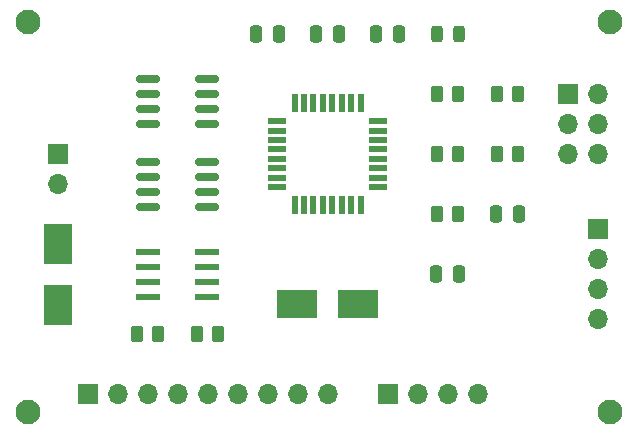
<source format=gts>
%TF.GenerationSoftware,KiCad,Pcbnew,(6.0.0)*%
%TF.CreationDate,2022-01-07T19:36:24+08:00*%
%TF.ProjectId,pj4_MCU,706a345f-4d43-4552-9e6b-696361645f70,1*%
%TF.SameCoordinates,Original*%
%TF.FileFunction,Soldermask,Top*%
%TF.FilePolarity,Negative*%
%FSLAX46Y46*%
G04 Gerber Fmt 4.6, Leading zero omitted, Abs format (unit mm)*
G04 Created by KiCad (PCBNEW (6.0.0)) date 2022-01-07 19:36:24*
%MOMM*%
%LPD*%
G01*
G04 APERTURE LIST*
G04 Aperture macros list*
%AMRoundRect*
0 Rectangle with rounded corners*
0 $1 Rounding radius*
0 $2 $3 $4 $5 $6 $7 $8 $9 X,Y pos of 4 corners*
0 Add a 4 corners polygon primitive as box body*
4,1,4,$2,$3,$4,$5,$6,$7,$8,$9,$2,$3,0*
0 Add four circle primitives for the rounded corners*
1,1,$1+$1,$2,$3*
1,1,$1+$1,$4,$5*
1,1,$1+$1,$6,$7*
1,1,$1+$1,$8,$9*
0 Add four rect primitives between the rounded corners*
20,1,$1+$1,$2,$3,$4,$5,0*
20,1,$1+$1,$4,$5,$6,$7,0*
20,1,$1+$1,$6,$7,$8,$9,0*
20,1,$1+$1,$8,$9,$2,$3,0*%
G04 Aperture macros list end*
%ADD10RoundRect,0.150000X-0.825000X-0.150000X0.825000X-0.150000X0.825000X0.150000X-0.825000X0.150000X0*%
%ADD11RoundRect,0.250000X-0.250000X-0.475000X0.250000X-0.475000X0.250000X0.475000X-0.250000X0.475000X0*%
%ADD12O,1.700000X1.700000*%
%ADD13R,1.700000X1.700000*%
%ADD14RoundRect,0.250000X-0.262500X-0.450000X0.262500X-0.450000X0.262500X0.450000X-0.262500X0.450000X0*%
%ADD15RoundRect,0.250000X0.262500X0.450000X-0.262500X0.450000X-0.262500X-0.450000X0.262500X-0.450000X0*%
%ADD16C,2.100000*%
%ADD17R,0.550000X1.500000*%
%ADD18R,1.500000X0.550000*%
%ADD19R,3.500000X2.400000*%
%ADD20RoundRect,0.041300X-0.943700X-0.253700X0.943700X-0.253700X0.943700X0.253700X-0.943700X0.253700X0*%
%ADD21RoundRect,0.243750X-0.243750X-0.456250X0.243750X-0.456250X0.243750X0.456250X-0.243750X0.456250X0*%
%ADD22R,2.400000X3.500000*%
G04 APERTURE END LIST*
D10*
%TO.C,U3*%
X123953000Y-119441000D03*
X123953000Y-120711000D03*
X123953000Y-121981000D03*
X123953000Y-123251000D03*
X119003000Y-123251000D03*
X119003000Y-121981000D03*
X119003000Y-120711000D03*
X119003000Y-119441000D03*
%TD*%
%TO.C,U1*%
X119003000Y-112456000D03*
X119003000Y-113726000D03*
X119003000Y-114996000D03*
X119003000Y-116266000D03*
X123953000Y-116266000D03*
X123953000Y-114996000D03*
X123953000Y-113726000D03*
X123953000Y-112456000D03*
%TD*%
D11*
%TO.C,C1*%
X128148000Y-108646000D03*
X130048000Y-108646000D03*
%TD*%
D12*
%TO.C,BT1*%
X111318000Y-121346000D03*
D13*
X111318000Y-118806000D03*
%TD*%
%TO.C,J3*%
X157038000Y-125166000D03*
D12*
X157038000Y-127706000D03*
X157038000Y-130246000D03*
X157038000Y-132786000D03*
%TD*%
D13*
%TO.C,J2*%
X154498000Y-113726000D03*
D12*
X157038000Y-113726000D03*
X154498000Y-116266000D03*
X157038000Y-116266000D03*
X154498000Y-118806000D03*
X157038000Y-118806000D03*
%TD*%
D14*
%TO.C,R4*%
X143425500Y-118806000D03*
X145250500Y-118806000D03*
%TD*%
D11*
%TO.C,C7*%
X148468000Y-123886000D03*
X150368000Y-123886000D03*
%TD*%
D15*
%TO.C,R2*%
X124930500Y-134046000D03*
X123105500Y-134046000D03*
%TD*%
D16*
%TO.C,H4*%
X108778000Y-140650000D03*
%TD*%
D14*
%TO.C,R1*%
X118025500Y-134046000D03*
X119850500Y-134046000D03*
%TD*%
D11*
%TO.C,C6*%
X133228000Y-108646000D03*
X135128000Y-108646000D03*
%TD*%
D17*
%TO.C,U4*%
X131378000Y-114506000D03*
X132178000Y-114506000D03*
X132978000Y-114506000D03*
X133778000Y-114506000D03*
X134578000Y-114506000D03*
X135378000Y-114506000D03*
X136178000Y-114506000D03*
X136978000Y-114506000D03*
D18*
X138478000Y-116006000D03*
X138478000Y-116806000D03*
X138478000Y-117606000D03*
X138478000Y-118406000D03*
X138478000Y-119206000D03*
X138478000Y-120006000D03*
X138478000Y-120806000D03*
X138478000Y-121606000D03*
D17*
X136978000Y-123106000D03*
X136178000Y-123106000D03*
X135378000Y-123106000D03*
X134578000Y-123106000D03*
X133778000Y-123106000D03*
X132978000Y-123106000D03*
X132178000Y-123106000D03*
X131378000Y-123106000D03*
D18*
X129878000Y-121606000D03*
X129878000Y-120806000D03*
X129878000Y-120006000D03*
X129878000Y-119206000D03*
X129878000Y-118406000D03*
X129878000Y-117606000D03*
X129878000Y-116806000D03*
X129878000Y-116006000D03*
%TD*%
D19*
%TO.C,Y2*%
X136778000Y-131506000D03*
X131578000Y-131506000D03*
%TD*%
D16*
%TO.C,H2*%
X158054000Y-107630000D03*
%TD*%
D13*
%TO.C,J4*%
X139258000Y-139126000D03*
D12*
X141798000Y-139126000D03*
X144338000Y-139126000D03*
X146878000Y-139126000D03*
%TD*%
D20*
%TO.C,U2*%
X119003000Y-127061000D03*
X119003000Y-128331000D03*
X119003000Y-129601000D03*
X119003000Y-130871000D03*
X123953000Y-130871000D03*
X123953000Y-129601000D03*
X123953000Y-128331000D03*
X123953000Y-127061000D03*
%TD*%
D11*
%TO.C,C8*%
X138308000Y-108646000D03*
X140208000Y-108646000D03*
%TD*%
D14*
%TO.C,R7*%
X143425500Y-113726000D03*
X145250500Y-113726000D03*
%TD*%
%TO.C,R6*%
X148505500Y-118806000D03*
X150330500Y-118806000D03*
%TD*%
D11*
%TO.C,C5*%
X143388000Y-128966000D03*
X145288000Y-128966000D03*
%TD*%
D21*
%TO.C,D2*%
X143400500Y-108646000D03*
X145275500Y-108646000D03*
%TD*%
D22*
%TO.C,Y1*%
X111318000Y-131566000D03*
X111318000Y-126366000D03*
%TD*%
D16*
%TO.C,H3*%
X158054000Y-140650000D03*
%TD*%
D13*
%TO.C,J1*%
X113868000Y-139126000D03*
D12*
X116408000Y-139126000D03*
X118948000Y-139126000D03*
X121488000Y-139126000D03*
X124028000Y-139126000D03*
X126568000Y-139126000D03*
X129108000Y-139126000D03*
X131648000Y-139126000D03*
X134188000Y-139126000D03*
%TD*%
D14*
%TO.C,R5*%
X148505500Y-113726000D03*
X150330500Y-113726000D03*
%TD*%
%TO.C,R3*%
X143425500Y-123886000D03*
X145250500Y-123886000D03*
%TD*%
D16*
%TO.C,H1*%
X108778000Y-107630000D03*
%TD*%
M02*

</source>
